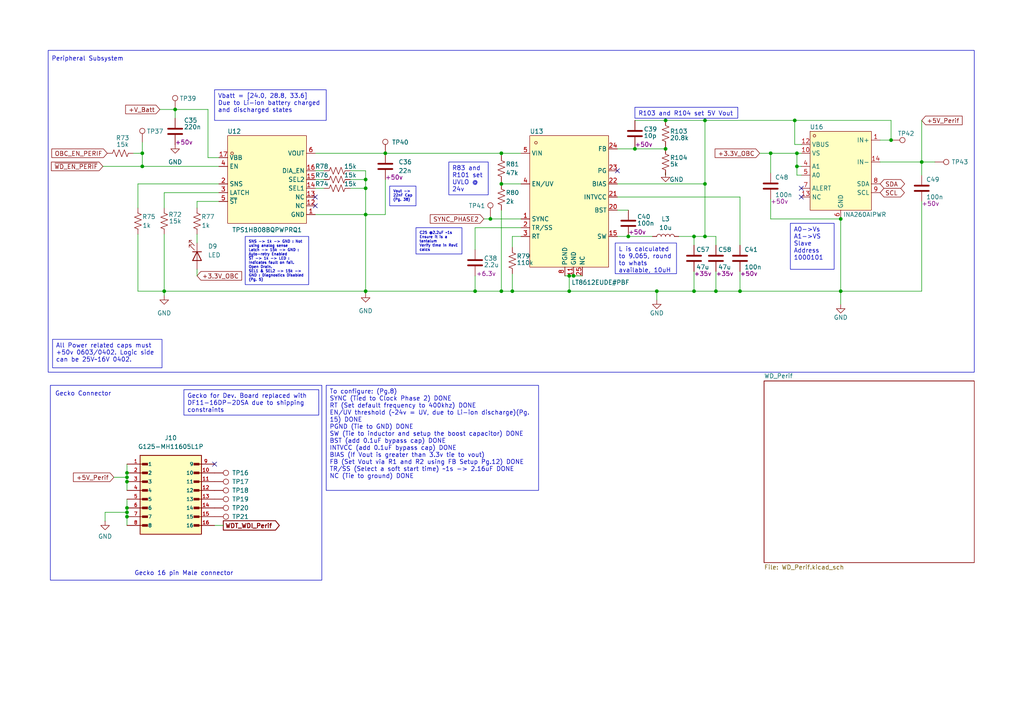
<source format=kicad_sch>
(kicad_sch (version 20250114) (generator "eeschema") (generator_version "9.0")
  (paper "A4")
  (lib_symbols
    (symbol "Device:C" (pin_numbers (hide yes)) (pin_names (offset 0.254))
      (property "Reference" "C" (at 0.635 2.54 0))
      (property "Value" "C" (at 0.635 -2.54 0))
      (symbol "C_0_1"
        (polyline (pts (xy -2.032 0.762) (xy 2.032 0.762)) (stroke (width 0.508)))
        (polyline (pts (xy -2.032 -0.762) (xy 2.032 -0.762)) (stroke (width 0.508)))
      )
      (symbol "C_1_1"
        (pin passive line (at 0 3.81 270) (length 2.794) (name "~") (number "1"))
        (pin passive line (at 0 -3.81 90) (length 2.794) (name "~") (number "2"))
      )
    )
    (symbol "Device:L" (pin_numbers (hide yes)) (pin_names (offset 1.016) (hide yes))
      (property "Reference" "L" (at -1.27 0 90))
      (property "Value" "L" (at 1.905 0 90))
      (symbol "L_0_1"
        (arc (start 0 2.54) (mid 0.6323 1.905) (end 0 1.27))
        (arc (start 0 1.27) (mid 0.6323 0.635) (end 0 0))
        (arc (start 0 0) (mid 0.6323 -0.635) (end 0 -1.27))
        (arc (start 0 -1.27) (mid 0.6323 -1.905) (end 0 -2.54))
      )
      (symbol "L_1_1"
        (pin passive line (at 0 3.81 270) (length 1.27) (name "1") (number "1"))
        (pin passive line (at 0 -3.81 90) (length 1.27) (name "2") (number "2"))
      )
    )
    (symbol "Device:LED" (pin_numbers (hide yes)) (pin_names (offset 1.016) (hide yes))
      (property "Reference" "D" (at 0 2.54 0))
      (property "Value" "LED" (at 0 -2.54 0))
      (symbol "LED_0_1"
        (polyline (pts (xy -3.048 -0.762) (xy -4.572 -2.286) (xy -3.81 -2.286) (xy -4.572 -2.286) (xy -4.572 -1.524)))
        (polyline (pts (xy -1.778 -0.762) (xy -3.302 -2.286) (xy -2.54 -2.286) (xy -3.302 -2.286) (xy -3.302 -1.524)))
        (polyline (pts (xy -1.27 0) (xy 1.27 0)))
        (polyline (pts (xy -1.27 -1.27) (xy -1.27 1.27)) (stroke (width 0.254)))
        (polyline (pts (xy 1.27 -1.27) (xy 1.27 1.27) (xy -1.27 0) (xy 1.27 -1.27)) (stroke (width 0.254)))
      )
      (symbol "LED_1_1"
        (pin passive line (at -3.81 0 0) (length 2.54) (name "K") (number "1"))
        (pin passive line (at 3.81 0 180) (length 2.54) (name "A") (number "2"))
      )
    )
    (symbol "Device:R_US" (pin_numbers (hide yes)) (pin_names (offset 0))
      (property "Reference" "R" (at 2.54 0 90))
      (property "Value" "R_US" (at -2.54 0 90))
      (symbol "R_US_0_1"
        (polyline (pts (xy 0 2.286) (xy 0 2.54)))
        (polyline (pts (xy 0 2.286) (xy 1.016 1.905) (xy 0 1.524) (xy -1.016 1.143) (xy 0 0.762)))
        (polyline (pts (xy 0 0.762) (xy 1.016 0.381) (xy 0 0) (xy -1.016 -0.381) (xy 0 -0.762)))
        (polyline (pts (xy 0 -0.762) (xy 1.016 -1.143) (xy 0 -1.524) (xy -1.016 -1.905) (xy 0 -2.286)))
        (polyline (pts (xy 0 -2.286) (xy 0 -2.54)))
      )
      (symbol "R_US_1_1"
        (pin passive line (at 0 3.81 270) (length 1.27) (name "~") (number "1"))
        (pin passive line (at 0 -3.81 90) (length 1.27) (name "~") (number "2"))
      )
    )
    (symbol "EPS:G125-MH11605L1P" (pin_names (offset 1.016))
      (property "Reference" "J" (at -9.39 12.7 0))
      (property "Value" "G125-MH11605L1P" (at -8.89 -12.7 0))
      (symbol "G125-MH11605L1P_0_0"
        (rectangle (start -8.89 -10.16) (end 8.89 12.7) (stroke (width 0.254)) (fill (type background)))
        (rectangle (start -8.255 9.8425) (end -6.6675 10.4775) (stroke (width 0.1)) (fill (type outline)))
        (rectangle (start -8.255 7.3025) (end -6.6675 7.9375) (stroke (width 0.1)) (fill (type outline)))
        (rectangle (start -8.255 4.7625) (end -6.6675 5.3975) (stroke (width 0.1)) (fill (type outline)))
        (rectangle (start -8.255 2.2225) (end -6.6675 2.8575) (stroke (width 0.1)) (fill (type outline)))
        (rectangle (start -8.255 -0.3175) (end -6.6675 0.3175) (stroke (width 0.1)) (fill (type outline)))
        (rectangle (start -8.255 -2.8575) (end -6.6675 -2.2225) (stroke (width 0.1)) (fill (type outline)))
        (rectangle (start -8.255 -5.3975) (end -6.6675 -4.7625) (stroke (width 0.1)) (fill (type outline)))
        (rectangle (start -8.255 -7.9375) (end -6.6675 -7.3025) (stroke (width 0.1)) (fill (type outline)))
        (rectangle (start 8.255 9.8425) (end 6.6675 10.4775) (stroke (width 0.1)) (fill (type outline)))
        (rectangle (start 8.255 7.3025) (end 6.6675 7.9375) (stroke (width 0.1)) (fill (type outline)))
        (rectangle (start 8.255 4.7625) (end 6.6675 5.3975) (stroke (width 0.1)) (fill (type outline)))
        (rectangle (start 8.255 2.2225) (end 6.6675 2.8575) (stroke (width 0.1)) (fill (type outline)))
        (rectangle (start 8.255 -0.3175) (end 6.6675 0.3175) (stroke (width 0.1)) (fill (type outline)))
        (rectangle (start 8.255 -2.8575) (end 6.6675 -2.2225) (stroke (width 0.1)) (fill (type outline)))
        (rectangle (start 8.255 -5.3975) (end 6.6675 -4.7625) (stroke (width 0.1)) (fill (type outline)))
        (rectangle (start 8.255 -7.9375) (end 6.6675 -7.3025) (stroke (width 0.1)) (fill (type outline)))
        (pin passive line (at -12.7 10.16 0) (length 5.08) (name "1") (number "1"))
        (pin passive line (at -12.7 7.62 0) (length 5.08) (name "2") (number "2"))
        (pin passive line (at -12.7 5.08 0) (length 5.08) (name "3") (number "3"))
        (pin passive line (at -12.7 2.54 0) (length 5.08) (name "4") (number "4"))
        (pin passive line (at -12.7 0 0) (length 5.08) (name "5") (number "5"))
        (pin passive line (at -12.7 -2.54 0) (length 5.08) (name "6") (number "6"))
        (pin passive line (at -12.7 -5.08 0) (length 5.08) (name "7") (number "7"))
        (pin passive line (at -12.7 -7.62 0) (length 5.08) (name "8") (number "8"))
        (pin passive line (at 12.7 10.16 180) (length 5.08) (name "9") (number "9"))
        (pin passive line (at 12.7 7.62 180) (length 5.08) (name "10") (number "10"))
        (pin passive line (at 12.7 5.08 180) (length 5.08) (name "11") (number "11"))
        (pin passive line (at 12.7 2.54 180) (length 5.08) (name "12") (number "12"))
        (pin passive line (at 12.7 0 180) (length 5.08) (name "13") (number "13"))
        (pin passive line (at 12.7 -2.54 180) (length 5.08) (name "14") (number "14"))
        (pin passive line (at 12.7 -5.08 180) (length 5.08) (name "15") (number "15"))
        (pin passive line (at 12.7 -7.62 180) (length 5.08) (name "16") (number "16"))
      )
    )
    (symbol "EPS:INA260AIPWR"
      (property "Reference" "U" (at 0 13.97 0))
      (property "Value" "INA260AIPWR" (at 8.128 -12.954 0))
      (symbol "INA260AIPWR_0_1"
        (rectangle (start -8.89 11.43) (end 8.89 -11.43) (fill (type background)))
        (circle (center -7.62 10.16) (radius 0.38))
      )
      (symbol "INA260AIPWR_1_1"
        (pin passive line (at -11.43 7.62 0) (length 2.54) (name "VBUS") (number "12"))
        (pin passive line (at -11.43 5.08 0) (length 2.54) (name "VS") (number "10"))
        (pin passive line (at -11.43 1.27 0) (length 2.54) (name "A1") (number "4"))
        (pin passive line (at -11.43 -1.27 0) (length 2.54) (name "A0") (number "5"))
        (pin passive line (at -11.43 -5.08 0) (length 2.54) (name "ALERT") (number "7"))
        (pin passive line (at -11.43 -7.62 0) (length 2.54) (name "NC") (number "13"))
        (pin passive line (at 0 -13.97 90) (length 2.54) (name "GND") (number "6"))
        (pin passive line (at 11.43 8.89 180) (length 2.54) (name "IN+") (number "1"))
        (pin passive line (at 11.43 2.54 180) (length 2.54) (name "IN-") (number "14"))
        (pin passive line (at 11.43 -3.81 180) (length 2.54) (name "SDA") (number "8"))
        (pin passive line (at 11.43 -6.35 180) (length 2.54) (name "SCL") (number "9"))
      )
    )
    (symbol "EPS:LT8612EUDE#PBF"
      (property "Reference" "U" (at -1.27 24.13 0))
      (property "Value" "LT8612EUDE#PBF" (at 0 -29.21 0))
      (symbol "LT8612EUDE#PBF_0_1"
        (rectangle (start -11.43 16.51) (end 11.43 -21.59) (fill (type background)))
        (circle (center -9.652 14.478) (radius 0.38))
      )
      (symbol "LT8612EUDE#PBF_1_1"
        (pin passive line (at -13.97 11.43 0) (length 2.54) (name "VIN") (number "5"))
        (pin passive line (at -13.97 2.54 0) (length 2.54) (name "EN/UV") (number "4"))
        (pin passive line (at -13.97 -7.62 0) (length 2.54) (name "SYNC") (number "1"))
        (pin passive line (at -13.97 -10.16 0) (length 2.54) (name "TR/SS") (number "2"))
        (pin passive line (at -13.97 -12.7 0) (length 2.54) (name "RT") (number "3"))
        (pin passive line (at -1.27 -24.13 90) (length 2.54) (name "PGND") (number "8"))
        (pin passive line (at 1.27 -24.13 90) (length 2.54) (name "GND") (number "11"))
        (pin passive line (at 3.81 -24.13 90) (length 2.54) (name "NC") (number "25"))
        (pin passive line (at 13.97 12.7 180) (length 2.54) (name "FB") (number "24"))
        (pin passive line (at 13.97 6.35 180) (length 2.54) (name "PG") (number "23"))
        (pin passive line (at 13.97 2.54 180) (length 2.54) (name "BIAS") (number "22"))
        (pin passive line (at 13.97 -1.27 180) (length 2.54) (name "INTVCC") (number "21"))
        (pin passive line (at 13.97 -5.08 180) (length 2.54) (name "BST") (number "20"))
        (pin passive line (at 13.97 -12.7 180) (length 2.54) (name "SW") (number "15"))
      )
    )
    (symbol "EPS:TPS1HB08BQPWPRQ1"
      (property "Reference" "U" (at 0 15.24 0))
      (property "Value" "TPS1HB08BQPWPRQ1" (at 0 -15.24 0))
      (symbol "TPS1HB08BQPWPRQ1_0_1"
        (rectangle (start -11.43 12.7) (end 11.43 -12.7) (fill (type background)))
        (circle (center -10.16 7.62) (radius 0.38))
      )
      (symbol "TPS1HB08BQPWPRQ1_1_1"
        (pin passive line (at -13.97 6.35 0) (length 2.54) (name "VBB") (number "17"))
        (pin passive line (at -13.97 3.81 0) (length 2.54) (name "EN") (number "4"))
        (pin passive line (at -13.97 -1.27 0) (length 2.54) (name "SNS") (number "2"))
        (pin passive line (at -13.97 -3.81 0) (length 2.54) (name "LATCH") (number "3"))
        (pin passive line (at -13.97 -6.35 0) (length 2.54) (name "~{ST}") (number "5"))
        (pin passive line (at 13.97 7.62 180) (length 2.54) (name "VOUT") (number "6"))
        (pin passive line (at 13.97 2.54 180) (length 2.54) (name "DIA_EN") (number "16"))
        (pin passive line (at 13.97 0 180) (length 2.54) (name "SEL2") (number "15"))
        (pin passive line (at 13.97 -2.54 180) (length 2.54) (name "SEL1") (number "14"))
        (pin passive line (at 13.97 -5.08 180) (length 2.54) (name "NC") (number "13"))
        (pin passive line (at 13.97 -7.62 180) (length 2.54) (name "NC") (number "12"))
        (pin passive line (at 13.97 -10.16 180) (length 2.54) (name "GND") (number "1"))
      )
    )
    (symbol "EPS:TestPoint" (pin_numbers (hide yes)) (pin_names (offset 0.762) (hide yes))
      (property "Reference" "TP" (at 0 6.858 0))
      (property "Value" "TestPoint" (at 0 5.08 0))
      (symbol "TestPoint_0_1"
        (circle (center 0 3.302) (radius 0.762))
      )
      (symbol "TestPoint_1_1"
        (pin passive line (at 0 0 90) (length 2.54) (name "1") (number "1"))
      )
    )
    (symbol "power:GND" (power) (pin_numbers (hide yes)) (pin_names (offset 0) (hide yes))
      (property "Value" "GND" (at 0 -3.81 0))
      (symbol "GND_0_1"
        (polyline (pts (xy 0 0) (xy 0 -1.27) (xy 1.27 -1.27) (xy 0 -2.54) (xy -1.27 -1.27) (xy 0 -1.27)))
      )
      (symbol "GND_1_1"
        (pin power_in line (at 0 0 270) (length 0) (name "~") (number "1"))
      )
    )
  )
  (rectangle (start 14.605 111.76) (end 93.345 168.275))
  (rectangle (start 13.97 14.605) (end 282.575 107.95))
  (text "Gecko 16 pin Male connector" (at 53.34 166.37 0) (effects (font (size 1.27 1.27))))
  (text "Peripheral Subsystem" (at 25.4 17.145 0) (effects (font (size 1.27 1.27))))
  (text "Gecko Connector" (at 24.13 114.3 0) (effects (font (size 1.27 1.27))))
  (text_box "C25 @2.2uF ~1s\nEnsure it is a tantalum\nVerify time in RevE calcs" (at 120.65 66.04 0) (size 13.335 7.62) (margins 0.9525 0.9525 0.9525 0.9525) (effects (font (size 0.762 0.762)) (justify left top)))
  (text_box "A0->Vs\nA1->VS\nSlave Address\n1000101" (at 229.235 64.77 0) (size 12.7 13.335) (margins 0.9525 0.9525 0.9525 0.9525) (effects (font (size 1.27 1.27)) (justify left top)))
  (text_box "To configure: (Pg.8)\nSYNC (Tied to Clock Phase 2) DONE\nRT (Set default frequency to 400khz) DONE\nEN/UV threshold (~24v = UV, due to Li-ion discharge)(Pg. 15) DONE\nPGND (Tie to GND) DONE\nSW (Tie to inductor and setup the boost capacitor) DONE\nBST (add 0.1uF bypass cap) DONE\nINTVCC (add 0.1uF bypass cap) DONE\nBIAS (If Vout is greater than 3.3v tie to vout)\nFB (Set Vout via R1 and R2 using FB Setup Pg.12) DONE\nTR/SS (Select a soft start time) ~1s -> 2.16uF DONE\nNC (Tie to ground) DONE" (at 94.615 111.76 0) (size 61.595 30.48) (margins 0.9525 0.9525 0.9525 0.9525) (effects (font (size 1.27 1.27)) (justify left top)))
  (text_box "R103 and R104 set 5V Vout" (at 184.15 31.115 0) (size 29.845 3.175) (margins 0.9525 0.9525 0.9525 0.9525) (effects (font (size 1.27 1.27)) (justify left top)))
  (text_box "L is calculated to 9.065, round to whats available, 10uH" (at 178.435 70.485 0) (size 17.78 8.89) (margins 0.9525 0.9525 0.9525 0.9525) (effects (font (size 1.27 1.27)) (justify left top)))
  (text_box "Vbatt = [24.0, 28.8, 33.6] Due to Li-ion battery charged and discharged states" (at 62.23 26.035 0) (size 32.385 8.89) (margins 0.9525 0.9525 0.9525 0.9525) (effects (font (size 1.27 1.27)) (justify left top)))
  (text_box "R83 and R101 set UVLO @ 24v" (at 130.175 46.99 0) (size 11.43 9.525) (margins 0.9525 0.9525 0.9525 0.9525) (effects (font (size 1.27 1.27)) (justify left top)))
  (text_box "Vout -> 22nF Cap\n(Pg. 38)" (at 113.03 53.975 0) (size 7.62 5.715) (margins 0.9525 0.9525 0.9525 0.9525) (effects (font (size 0.762 0.762)) (justify left top)))
  (text_box "Gecko for Dev. Board replaced with DF11-16DP-2DSA due to shipping constraints" (at 53.34 113.03 0) (size 39.116 7.366) (margins 0.9525 0.9525 0.9525 0.9525) (effects (font (size 1.27 1.27)) (justify left top)))
  (text_box "All Power related caps must +50v 0603/0402. Logic side can be 25V~16V 0402." (at 15.24 98.425 0) (size 31.75 8.255) (margins 0.9525 0.9525 0.9525 0.9525) (effects (font (size 1.27 1.27)) (justify left top)))
  (text_box "SNS -> 1k -> GND : Not using analog sense\nLatch -> 15k -> GND : Auto-retry Enabled\n~{ST} -> 1k -> LED : Indicates fault on fail. Open Drain.\nSEL1 & SEL2 -> 15k -> GND : Diagnostics Disabled\n(Pg. 5)" (at 71.12 68.58 0) (size 18.415 13.97) (margins 0.9525 0.9525 0.9525 0.9525) (effects (font (size 0.762 0.762)) (justify left top)))
  (junction (at 258.445 40.64))
  (junction (at 106.045 84.455))
  (junction (at 137.795 84.455))
  (junction (at 106.045 62.23))
  (junction (at 243.84 84.455))
  (junction (at 50.8 31.75))
  (junction (at 214.63 84.455))
  (junction (at 145.415 53.34))
  (junction (at 182.245 68.58))
  (junction (at 145.415 44.45))
  (junction (at 190.5 84.455))
  (junction (at 204.47 53.34))
  (junction (at 207.645 84.455))
  (junction (at 36.83 147.32))
  (junction (at 148.59 84.455))
  (junction (at 230.505 34.925))
  (junction (at 243.84 63.5))
  (junction (at 165.1 84.455))
  (junction (at 111.76 44.45))
  (junction (at 204.47 68.58))
  (junction (at 267.335 46.99))
  (junction (at 36.83 148.59))
  (junction (at 41.275 48.26))
  (junction (at 193.04 43.18))
  (junction (at 106.045 54.61))
  (junction (at 201.295 84.455))
  (junction (at 165.1 80.01))
  (junction (at 166.37 80.01))
  (junction (at 41.275 44.45))
  (junction (at 231.14 48.26))
  (junction (at 142.24 63.5))
  (junction (at 36.83 139.7))
  (junction (at 36.83 138.43))
  (junction (at 184.15 43.18))
  (junction (at 36.83 137.16))
  (junction (at 201.295 68.58))
  (junction (at 145.415 84.455))
  (junction (at 193.04 34.925))
  (junction (at 36.83 149.86))
  (junction (at 204.47 34.925))
  (junction (at 47.625 84.455))
  (junction (at 223.52 44.45))
  (junction (at 231.14 44.45))
  (junction (at 106.045 52.07))
  (no_connect (at 62.23 134.62))
  (no_connect (at 232.41 54.61))
  (no_connect (at 232.41 57.15))
  (no_connect (at 179.07 49.53))
  (no_connect (at 91.44 59.69))
  (no_connect (at 91.44 57.15))
  (wire (pts (xy 60.325 31.75) (xy 60.325 45.72)))
  (wire (pts (xy 30.48 148.59) (xy 36.83 148.59)))
  (wire (pts (xy 41.275 44.45) (xy 41.275 48.26)))
  (wire (pts (xy 111.76 44.45) (xy 145.415 44.45)))
  (wire (pts (xy 184.15 34.925) (xy 193.04 34.925)))
  (wire (pts (xy 201.295 68.58) (xy 201.295 71.12)))
  (wire (pts (xy 40.005 53.34) (xy 40.005 60.325)))
  (wire (pts (xy 230.505 34.925) (xy 258.445 34.925)))
  (wire (pts (xy 163.83 80.01) (xy 165.1 80.01)))
  (wire (pts (xy 29.845 48.26) (xy 41.275 48.26)))
  (wire (pts (xy 201.295 84.455) (xy 201.295 78.74)))
  (wire (pts (xy 101.6 49.53) (xy 106.045 49.53)))
  (wire (pts (xy 165.1 80.01) (xy 166.37 80.01)))
  (wire (pts (xy 106.045 62.23) (xy 106.045 84.455)))
  (wire (pts (xy 255.27 46.99) (xy 267.335 46.99)))
  (wire (pts (xy 231.14 48.26) (xy 232.41 48.26)))
  (wire (pts (xy 207.645 78.74) (xy 207.645 84.455)))
  (wire (pts (xy 106.045 54.61) (xy 106.045 62.23)))
  (wire (pts (xy 231.14 50.8) (xy 232.41 50.8)))
  (wire (pts (xy 190.5 84.455) (xy 201.295 84.455)))
  (wire (pts (xy 91.44 62.23) (xy 106.045 62.23)))
  (wire (pts (xy 231.14 48.26) (xy 231.14 50.8)))
  (wire (pts (xy 91.44 44.45) (xy 111.76 44.45)))
  (wire (pts (xy 137.795 84.455) (xy 137.795 80.01)))
  (wire (pts (xy 36.83 147.32) (xy 36.83 148.59)))
  (wire (pts (xy 93.98 52.07) (xy 91.44 52.07)))
  (wire (pts (xy 142.24 63.5) (xy 151.13 63.5)))
  (wire (pts (xy 101.6 52.07) (xy 106.045 52.07)))
  (wire (pts (xy 140.335 63.5) (xy 142.24 63.5)))
  (wire (pts (xy 165.1 80.01) (xy 165.1 84.455)))
  (wire (pts (xy 106.045 85.09) (xy 106.045 84.455)))
  (wire (pts (xy 196.85 68.58) (xy 201.295 68.58)))
  (wire (pts (xy 230.505 34.925) (xy 230.505 41.91)))
  (wire (pts (xy 179.07 68.58) (xy 182.245 68.58)))
  (wire (pts (xy 145.415 44.45) (xy 151.13 44.45)))
  (wire (pts (xy 207.645 68.58) (xy 207.645 71.12)))
  (wire (pts (xy 223.52 57.785) (xy 223.52 63.5)))
  (wire (pts (xy 93.98 54.61) (xy 91.44 54.61)))
  (wire (pts (xy 47.625 67.945) (xy 47.625 84.455)))
  (wire (pts (xy 190.5 84.455) (xy 190.5 86.995)))
  (wire (pts (xy 220.345 44.45) (xy 223.52 44.45)))
  (wire (pts (xy 93.98 49.53) (xy 91.44 49.53)))
  (wire (pts (xy 36.83 139.7) (xy 36.83 142.24)))
  (wire (pts (xy 142.24 62.865) (xy 142.24 63.5)))
  (wire (pts (xy 193.04 50.165) (xy 193.04 50.8)))
  (wire (pts (xy 106.045 49.53) (xy 106.045 52.07)))
  (wire (pts (xy 145.415 44.45) (xy 145.415 45.085)))
  (wire (pts (xy 62.23 152.4) (xy 64.77 152.4)))
  (wire (pts (xy 204.47 53.34) (xy 204.47 68.58)))
  (wire (pts (xy 214.63 84.455) (xy 243.84 84.455)))
  (wire (pts (xy 201.295 68.58) (xy 204.47 68.58)))
  (wire (pts (xy 137.795 84.455) (xy 145.415 84.455)))
  (wire (pts (xy 145.415 53.34) (xy 151.13 53.34)))
  (wire (pts (xy 223.52 63.5) (xy 243.84 63.5)))
  (wire (pts (xy 145.415 52.705) (xy 145.415 53.34)))
  (wire (pts (xy 184.15 43.18) (xy 179.07 43.18)))
  (wire (pts (xy 111.76 52.07) (xy 111.76 62.23)))
  (wire (pts (xy 148.59 71.755) (xy 148.59 68.58)))
  (wire (pts (xy 193.04 42.545) (xy 193.04 43.18)))
  (wire (pts (xy 47.625 55.88) (xy 63.5 55.88)))
  (wire (pts (xy 166.37 80.01) (xy 168.91 80.01)))
  (wire (pts (xy 38.735 44.45) (xy 41.275 44.45)))
  (wire (pts (xy 179.07 60.96) (xy 182.245 60.96)))
  (wire (pts (xy 179.07 57.15) (xy 214.63 57.15)))
  (wire (pts (xy 46.355 31.75) (xy 50.8 31.75)))
  (wire (pts (xy 204.47 34.925) (xy 204.47 53.34)))
  (wire (pts (xy 243.84 63.5) (xy 243.84 84.455)))
  (wire (pts (xy 101.6 54.61) (xy 106.045 54.61)))
  (wire (pts (xy 106.045 84.455) (xy 137.795 84.455)))
  (wire (pts (xy 36.83 148.59) (xy 36.83 149.86)))
  (wire (pts (xy 137.795 72.39) (xy 137.795 66.04)))
  (wire (pts (xy 267.335 84.455) (xy 267.335 58.42)))
  (wire (pts (xy 33.02 138.43) (xy 36.83 138.43)))
  (wire (pts (xy 47.625 55.88) (xy 47.625 60.325)))
  (wire (pts (xy 57.15 60.325) (xy 57.15 58.42)))
  (wire (pts (xy 165.1 84.455) (xy 190.5 84.455)))
  (wire (pts (xy 57.15 58.42) (xy 63.5 58.42)))
  (wire (pts (xy 230.505 41.91) (xy 232.41 41.91)))
  (wire (pts (xy 63.5 48.26) (xy 41.275 48.26)))
  (wire (pts (xy 145.415 84.455) (xy 148.59 84.455)))
  (wire (pts (xy 243.84 84.455) (xy 243.84 88.265)))
  (wire (pts (xy 36.83 144.78) (xy 36.83 147.32)))
  (wire (pts (xy 204.47 34.925) (xy 230.505 34.925)))
  (wire (pts (xy 231.14 44.45) (xy 232.41 44.45)))
  (wire (pts (xy 184.15 42.545) (xy 184.15 43.18)))
  (wire (pts (xy 40.005 84.455) (xy 47.625 84.455)))
  (wire (pts (xy 47.625 84.455) (xy 47.625 85.725)))
  (wire (pts (xy 193.04 34.925) (xy 204.47 34.925)))
  (wire (pts (xy 106.045 52.07) (xy 106.045 54.61)))
  (wire (pts (xy 182.245 68.58) (xy 189.23 68.58)))
  (wire (pts (xy 40.005 53.34) (xy 63.5 53.34)))
  (wire (pts (xy 111.76 62.23) (xy 106.045 62.23)))
  (wire (pts (xy 57.15 67.945) (xy 57.15 70.485)))
  (wire (pts (xy 148.59 68.58) (xy 151.13 68.58)))
  (wire (pts (xy 36.83 149.86) (xy 36.83 152.4)))
  (wire (pts (xy 179.07 53.34) (xy 204.47 53.34)))
  (wire (pts (xy 50.8 31.75) (xy 60.325 31.75)))
  (wire (pts (xy 258.445 34.925) (xy 258.445 40.64)))
  (wire (pts (xy 184.15 43.18) (xy 193.04 43.18)))
  (wire (pts (xy 223.52 50.165) (xy 223.52 44.45)))
  (wire (pts (xy 60.325 45.72) (xy 63.5 45.72)))
  (wire (pts (xy 137.795 66.04) (xy 151.13 66.04)))
  (wire (pts (xy 40.005 67.945) (xy 40.005 84.455)))
  (wire (pts (xy 47.625 84.455) (xy 106.045 84.455)))
  (wire (pts (xy 207.645 84.455) (xy 214.63 84.455)))
  (wire (pts (xy 145.415 60.96) (xy 145.415 84.455)))
  (wire (pts (xy 30.48 151.13) (xy 30.48 148.59)))
  (wire (pts (xy 36.83 138.43) (xy 36.83 139.7)))
  (wire (pts (xy 267.335 46.99) (xy 267.335 50.8)))
  (wire (pts (xy 50.8 31.75) (xy 50.8 34.29)))
  (wire (pts (xy 267.335 46.99) (xy 271.145 46.99)))
  (wire (pts (xy 231.14 44.45) (xy 231.14 48.26)))
  (wire (pts (xy 41.275 41.275) (xy 41.275 44.45)))
  (wire (pts (xy 36.83 134.62) (xy 36.83 137.16)))
  (wire (pts (xy 204.47 68.58) (xy 207.645 68.58)))
  (wire (pts (xy 57.15 78.105) (xy 57.15 80.01)))
  (wire (pts (xy 201.295 84.455) (xy 207.645 84.455)))
  (wire (pts (xy 148.59 79.375) (xy 148.59 84.455)))
  (wire (pts (xy 267.335 34.925) (xy 267.335 46.99)))
  (wire (pts (xy 223.52 44.45) (xy 231.14 44.45)))
  (wire (pts (xy 36.83 137.16) (xy 36.83 138.43)))
  (wire (pts (xy 214.63 84.455) (xy 214.63 78.74)))
  (wire (pts (xy 258.445 40.64) (xy 255.27 40.64)))
  (wire (pts (xy 243.84 84.455) (xy 267.335 84.455)))
  (wire (pts (xy 214.63 57.15) (xy 214.63 71.12)))
  (wire (pts (xy 165.1 84.455) (xy 148.59 84.455)))
  (global_label "WDT_WDI_Perif" (shape output) (at 64.77 152.4 0) (effects (font (thickness 0.254) (bold yes))) (property "Intersheetrefs" "${INTERSHEET_REFS}" (effects (hide yes))))
  (global_label "+3.3V_OBC" (shape input) (at 220.345 44.45 180) (property "Intersheetrefs" "${INTERSHEET_REFS}" (effects (hide yes))))
  (global_label "+5V_Perif" (shape input) (at 267.335 34.925 0) (property "Intersheetrefs" "${INTERSHEET_REFS}" (effects (hide yes))))
  (global_label "SCL" (shape bidirectional) (at 255.27 55.88 0) (property "Intersheetrefs" "${INTERSHEET_REFS}" (effects (hide yes))))
  (global_label "~{WD_EN_PERIF}" (shape input) (at 29.845 48.26 180) (property "Intersheetrefs" "${INTERSHEET_REFS}" (effects (hide yes))))
  (global_label "+3.3V_OBC" (shape input) (at 57.15 80.01 0) (property "Intersheetrefs" "${INTERSHEET_REFS}" (effects (hide yes))))
  (global_label "SYNC_PHASE2" (shape input) (at 140.335 63.5 180) (property "Intersheetrefs" "${INTERSHEET_REFS}" (effects (hide yes))))
  (global_label "OBC_EN_PERIF" (shape input) (at 31.115 44.45 180) (property "Intersheetrefs" "${INTERSHEET_REFS}" (effects (hide yes))))
  (global_label "SDA" (shape bidirectional) (at 255.27 53.34 0) (property "Intersheetrefs" "${INTERSHEET_REFS}" (effects (hide yes))))
  (global_label "+V_Batt" (shape input) (at 46.355 31.75 180) (property "Intersheetrefs" "${INTERSHEET_REFS}" (effects (hide yes))))
  (global_label "+5V_Perif" (shape input) (at 33.02 138.43 180) (property "Intersheetrefs" "${INTERSHEET_REFS}" (effects (hide yes))))
  (symbol (lib_id "Device:R_US") (at 148.59 75.565 0) (unit 1)
    (property "Reference" "R79" (at 149.86 74.295 0) (effects (justify left)))
    (property "Value" "110k" (at 149.86 76.2 0) (effects (justify left)))
    (property "Footprint" "EPS:R0402" (effects (hide yes)))
    (property "Description" "Resistor, US symbol" (effects (hide yes)))
    (property "LCSC" "C138065" (effects (hide yes)))
  )
  (symbol (lib_id "EPS:TestPoint") (at 271.145 46.99 270) (unit 1)
    (property "Reference" "TP43" (at 275.971 46.99 90) (effects (justify left)))
    (property "Value" "TestPoint" (effects (hide yes)))
    (property "Footprint" "TestPoint:TestPoint_Pad_1.0x1.0mm" (effects (hide yes)))
    (property "Description" "test point" (effects (hide yes)))
  )
  (symbol (lib_id "power:GND") (at 106.045 85.09 0) (unit 1)
    (property "Reference" "#PWR061" (effects (hide yes)))
    (property "Value" "GND" (at 106.045 90.17 0))
    (property "Description" "Power symbol creates a global label with name \"GND\" , ground" (effects (hide yes)))
  )
  (symbol (lib_id "Device:C") (at 223.52 53.975 0) (unit 1)
    (property "Reference" "C48" (at 224.79 51.435 0) (effects (justify left)))
    (property "Value" "100n" (at 224.79 56.515 0) (effects (justify left)))
    (property "Footprint" "EPS:C0402" (effects (hide yes)))
    (property "Description" "Unpolarized capacitor" (effects (hide yes)))
    (property "Voltage Rating" "+50v" (at 226.06 58.42 0))
    (property "LCSC" "C85858" (effects (hide yes)))
  )
  (symbol (lib_id "power:GND") (at 243.84 88.265 0) (unit 1)
    (property "Reference" "#PWR064" (effects (hide yes)))
    (property "Value" "GND" (at 243.84 92.075 0))
    (property "Description" "Power symbol creates a global label with name \"GND\" , ground" (effects (hide yes)))
  )
  (symbol (lib_id "EPS:TestPoint") (at 50.8 31.75 0) (unit 1)
    (property "Reference" "TP39" (at 52.07 28.575 0) (effects (justify left)))
    (property "Value" "TestPoint" (effects (hide yes)))
    (property "Footprint" "TestPoint:TestPoint_Pad_1.0x1.0mm" (effects (hide yes)))
    (property "Description" "test point" (effects (hide yes)))
  )
  (symbol (lib_id "Device:R_US") (at 97.79 49.53 270) (unit 1)
    (property "Reference" "R78" (at 93.345 48.26 90))
    (property "Value" "15k" (at 101.6 48.26 90))
    (property "Footprint" "EPS:R0402" (effects (hide yes)))
    (property "Description" "Resistor, US symbol" (effects (hide yes)))
    (property "LCSC" "C114761" (effects (hide yes)))
  )
  (symbol (lib_id "EPS:TestPoint") (at 41.275 41.275 0) (unit 1)
    (property "Reference" "TP37" (at 42.545 38.1 0) (effects (justify left)))
    (property "Value" "TestPoint" (effects (hide yes)))
    (property "Footprint" "TestPoint:TestPoint_Pad_1.0x1.0mm" (effects (hide yes)))
    (property "Description" "test point" (effects (hide yes)))
  )
  (symbol (lib_id "Device:C") (at 207.645 74.93 0) (unit 1)
    (property "Reference" "C58" (at 208.28 72.39 0) (effects (justify left)))
    (property "Value" "47u" (at 208.28 77.47 0) (effects (justify left)))
    (property "Footprint" "EPS:CAP-SMD_L7.3-W4.3-FD" (effects (hide yes)))
    (property "Description" "Unpolarized capacitor" (effects (hide yes)))
    (property "Voltage Rating" "+35v" (at 210.185 79.375 0))
    (property "LCSC" "C87110" (effects (hide yes)))
  )
  (symbol (lib_id "Device:R_US") (at 47.625 64.135 180) (unit 1)
    (property "Reference" "R72" (at 50.8 62.23 0))
    (property "Value" "15k" (at 50.8 64.135 0))
    (property "Footprint" "EPS:R0402" (effects (hide yes)))
    (property "Description" "Resistor, US symbol" (effects (hide yes)))
    (property "LCSC" "C114761" (effects (hide yes)))
  )
  (symbol (lib_id "EPS:LT8612EUDE#PBF") (at 165.1 55.88 0) (unit 1)
    (property "Reference" "U13" (at 153.67 38.1 0) (effects (justify left)))
    (property "Value" "LT8612EUDE#PBF" (at 165.735 81.915 0) (effects (justify left)))
    (property "Footprint" "EPS:QFN-28_L6.0-W3.0-P0.50-BL-EP" (effects (hide yes)))
    (property "Datasheet" "https://jlcpcb.com/api/file/downloadByFileSystemAccessId/8589836477510287360" (effects (hide yes)))
    (property "Description" "42V, 6A, Step Down Regulator" (effects (hide yes)))
    (property "LCSC Part" "C580312" (effects (hide yes)))
  )
  (symbol (lib_id "EPS:TestPoint") (at 258.445 40.64 270) (unit 1)
    (property "Reference" "TP42" (at 260.35 38.735 90) (effects (justify left)))
    (property "Value" "TestPoint" (effects (hide yes)))
    (property "Footprint" "TestPoint:TestPoint_Pad_1.0x1.0mm" (effects (hide yes)))
    (property "Description" "test point" (effects (hide yes)))
  )
  (symbol (lib_id "Device:C") (at 214.63 74.93 0) (unit 1)
    (property "Reference" "C41" (at 215.9 72.39 0) (effects (justify left)))
    (property "Value" "100n" (at 215.9 77.47 0) (effects (justify left)))
    (property "Footprint" "EPS:C0402" (effects (hide yes)))
    (property "Description" "Unpolarized capacitor" (effects (hide yes)))
    (property "Voltage Rating" "+50v" (at 217.17 79.375 0))
    (property "LCSC" "C85858" (effects (hide yes)))
  )
  (symbol (lib_id "EPS:TestPoint") (at 62.23 142.24 270) (unit 1)
    (property "Reference" "TP18" (at 67.31 142.2399 90) (effects (justify left)))
    (property "Value" "TestPoint" (effects (hide yes)))
    (property "Footprint" "TestPoint:TestPoint_Pad_1.0x1.0mm" (effects (hide yes)))
    (property "Description" "test point" (effects (hide yes)))
  )
  (symbol (lib_id "Device:C") (at 201.295 74.93 0) (unit 1)
    (property "Reference" "C57" (at 201.93 72.39 0) (effects (justify left)))
    (property "Value" "47u" (at 201.93 77.47 0) (effects (justify left)))
    (property "Footprint" "EPS:CAP-SMD_L7.3-W4.3-FD" (effects (hide yes)))
    (property "Description" "Unpolarized capacitor" (effects (hide yes)))
    (property "Voltage Rating" "+35v" (at 203.835 79.375 0))
    (property "LCSC" "C87110" (effects (hide yes)))
  )
  (symbol (lib_id "power:GND") (at 50.8 41.91 0) (unit 1)
    (property "Reference" "#PWR059" (effects (hide yes)))
    (property "Value" "GND" (at 50.8 46.99 0))
    (property "Description" "Power symbol creates a global label with name \"GND\" , ground" (effects (hide yes)))
  )
  (symbol (lib_id "Device:R_US") (at 193.04 38.735 0) (unit 1)
    (property "Reference" "R103" (at 194.31 38.1 0) (effects (justify left)))
    (property "Value" "20.8k" (at 194.31 40.005 0) (effects (justify left)))
    (property "Footprint" "EPS:R0402" (effects (hide yes)))
    (property "Description" "Resistor, US symbol" (effects (hide yes)))
    (property "LCSC" "C25766" (effects (hide yes)))
  )
  (symbol (lib_id "Device:R_US") (at 193.04 46.99 0) (unit 1)
    (property "Reference" "R104" (at 194.31 45.72 0) (effects (justify left)))
    (property "Value" "5k" (at 194.31 47.625 0) (effects (justify left)))
    (property "Footprint" "EPS:R0402" (effects (hide yes)))
    (property "Description" "Resistor, US symbol" (effects (hide yes)))
    (property "LCSC" "C477765" (effects (hide yes)))
  )
  (symbol (lib_id "Device:R_US") (at 40.005 64.135 180) (unit 1)
    (property "Reference" "R75" (at 43.18 62.865 0))
    (property "Value" "1k" (at 42.545 65.405 0))
    (property "Footprint" "EPS:R0402" (effects (hide yes)))
    (property "Description" "Resistor, US symbol" (effects (hide yes)))
    (property "LCSC" "C106235" (effects (hide yes)))
  )
  (symbol (lib_id "Device:LED") (at 57.15 74.295 270) (unit 1)
    (property "Reference" "D9" (at 60.325 71.4374 90) (effects (justify left)))
    (property "Value" "LED" (at 60.325 73.9774 90) (effects (justify left)))
    (property "Footprint" "EPS:LED0603-RD_RED" (effects (hide yes)))
    (property "Description" "Light emitting diode" (effects (hide yes)))
    (property "Sim.Pins" "1=K 2=A" (effects (hide yes)))
  )
  (symbol (lib_id "EPS:TPS1HB08BQPWPRQ1") (at 77.47 52.07 0) (unit 1)
    (property "Reference" "U12" (at 67.945 38.1 0))
    (property "Value" "TPS1HB08BQPWPRQ1" (at 77.47 66.675 0))
    (property "Footprint" "EPS:HTSSOP-16_L5.0-W4.4-P0.65-LS6.4-TL-EP2.9" (effects (hide yes)))
    (property "Datasheet" "https://www.ti.com/lit/ds/symlink/tps1ha08-q1.pdf?ts=1748448912035&ref_url=https%253A%252F%252Fwww.ti.com%252Fproduct%252FTPS1HA08-Q1" (effects (hide yes)))
    (property "Description" "40-V, 8-mΩ Single-Channel Smart High-Side Switch" (effects (hide yes)))
    (property "LCSC Part" "C3230075" (effects (hide yes)))
  )
  (symbol (lib_id "Device:C") (at 182.245 64.77 0) (unit 1)
    (property "Reference" "C40" (at 184.785 62.865 0) (effects (justify left)))
    (property "Value" "100n" (at 184.785 64.77 0) (effects (justify left)))
    (property "Footprint" "EPS:C0402" (effects (hide yes)))
    (property "Description" "Unpolarized capacitor" (effects (hide yes)))
    (property "Voltage Rating" "+50v" (at 184.785 67.31 0))
    (property "LCSC" "C85858" (effects (hide yes)))
  )
  (symbol (lib_id "Device:C") (at 267.335 54.61 0) (unit 1)
    (property "Reference" "C49" (at 268.605 52.07 0) (effects (justify left)))
    (property "Value" "100n" (at 268.605 57.15 0) (effects (justify left)))
    (property "Footprint" "EPS:C0402" (effects (hide yes)))
    (property "Description" "Unpolarized capacitor" (effects (hide yes)))
    (property "Voltage Rating" "+50v" (at 269.875 59.055 0))
    (property "LCSC" "C85858" (effects (hide yes)))
  )
  (symbol (lib_id "EPS:TestPoint") (at 111.76 44.45 0) (unit 1)
    (property "Reference" "TP40" (at 113.665 41.275 0) (effects (justify left)))
    (property "Value" "TestPoint" (effects (hide yes)))
    (property "Footprint" "TestPoint:TestPoint_Pad_1.0x1.0mm" (effects (hide yes)))
    (property "Description" "test point" (effects (hide yes)))
  )
  (symbol (lib_id "Device:R_US") (at 97.79 52.07 270) (unit 1)
    (property "Reference" "R76" (at 93.345 50.8 90))
    (property "Value" "15k" (at 101.6 50.8 90))
    (property "Footprint" "EPS:R0402" (effects (hide yes)))
    (property "Description" "Resistor, US symbol" (effects (hide yes)))
    (property "LCSC" "C114761" (effects (hide yes)))
  )
  (symbol (lib_id "Device:R_US") (at 34.925 44.45 270) (unit 1)
    (property "Reference" "R73" (at 35.56 40.005 90))
    (property "Value" "15k" (at 35.56 41.91 90))
    (property "Footprint" "EPS:R0402" (effects (hide yes)))
    (property "Description" "Resistor, US symbol" (effects (hide yes)))
    (property "LCSC" "C114761" (effects (hide yes)))
  )
  (symbol (lib_id "EPS:INA260AIPWR") (at 243.84 49.53 0) (unit 1)
    (property "Reference" "U16" (at 236.855 36.83 0))
    (property "Value" "INA260AIPWR" (at 250.825 62.23 0))
    (property "Footprint" "EPS:TSSOP-16_L5.0-W4.4-P0.65-LS6.4-BL-1" (effects (hide yes)))
    (property "Datasheet" "https://www.ti.com/lit/ds/symlink/ina260.pdf?ts=1748375218606&ref_url=https%253A%252F%252Fwww.google.com%252F" (effects (hide yes)))
    (property "Description" "Precision Digital Current and Power Monitor With Low-Drift, Precision Integrated Shunt" (effects (hide yes)))
    (property "LCSC Part" "C2155885" (effects (hide yes)))
  )
  (symbol (lib_id "power:GND") (at 30.48 151.13 0) (unit 1)
    (property "Reference" "#PWR056" (effects (hide yes)))
    (property "Value" "GND" (at 30.48 155.575 0))
    (property "Description" "Power symbol creates a global label with name \"GND\" , ground" (effects (hide yes)))
  )
  (symbol (lib_id "EPS:G125-MH11605L1P") (at 49.53 144.78 0) (unit 1)
    (property "Reference" "J10" (at 49.53 127 0))
    (property "Value" "G125-MH11605L1P" (at 49.53 129.54 0))
    (property "Footprint" "EPS:HARWIN_G125-MH11605L1P" (effects (hide yes)))
    (property "MANUFACTURER" "HARWIN" (effects (hide yes)))
  )
  (symbol (lib_id "power:GND") (at 193.04 50.165 0) (unit 1)
    (property "Reference" "#PWR068" (effects (hide yes)))
    (property "Value" "GND" (at 196.215 52.07 0))
    (property "Description" "Power symbol creates a global label with name \"GND\" , ground" (effects (hide yes)))
  )
  (symbol (lib_id "Device:C") (at 111.76 48.26 0) (unit 1)
    (property "Reference" "C36" (at 115.57 46.9899 0) (effects (justify left)))
    (property "Value" "22n" (at 115.57 49.5299 0) (effects (justify left)))
    (property "Footprint" "EPS:C0402" (effects (hide yes)))
    (property "Description" "Unpolarized capacitor" (effects (hide yes)))
    (property "Voltage Rating" "+50v" (at 114.3 51.435 0))
    (property "LCSC" "C77023" (effects (hide yes)))
  )
  (symbol (lib_id "Device:C") (at 184.15 38.735 0) (unit 1)
    (property "Reference" "C39" (at 186.69 37.465 0) (effects (justify left)))
    (property "Value" "10p" (at 186.69 39.37 0) (effects (justify left)))
    (property "Footprint" "EPS:C0402" (effects (hide yes)))
    (property "Description" "Unpolarized capacitor" (effects (hide yes)))
    (property "Voltage Rating" "+50v" (at 186.69 41.91 0))
    (property "LCSC" "C1545" (effects (hide yes)))
  )
  (symbol (lib_id "EPS:TestPoint") (at 142.24 62.865 0) (unit 1)
    (property "Reference" "TP41" (at 135.89 59.69 0) (effects (justify left)))
    (property "Value" "TestPoint" (effects (hide yes)))
    (property "Footprint" "TestPoint:TestPoint_Pad_1.0x1.0mm" (effects (hide yes)))
    (property "Description" "test point" (effects (hide yes)))
  )
  (symbol (lib_id "EPS:TestPoint") (at 62.23 144.78 270) (unit 1)
    (property "Reference" "TP19" (at 67.31 144.7799 90) (effects (justify left)))
    (property "Value" "TestPoint" (effects (hide yes)))
    (property "Footprint" "TestPoint:TestPoint_Pad_1.0x1.0mm" (effects (hide yes)))
    (property "Description" "test point" (effects (hide yes)))
  )
  (symbol (lib_id "EPS:TestPoint") (at 62.23 139.7 270) (unit 1)
    (property "Reference" "TP17" (at 67.31 139.6999 90) (effects (justify left)))
    (property "Value" "TestPoint" (effects (hide yes)))
    (property "Footprint" "TestPoint:TestPoint_Pad_1.0x1.0mm" (effects (hide yes)))
    (property "Description" "test point" (effects (hide yes)))
  )
  (symbol (lib_id "Device:C") (at 137.795 76.2 0) (unit 1)
    (property "Reference" "C38" (at 140.335 74.93 0) (effects (justify left)))
    (property "Value" "2.2u" (at 140.335 76.835 0) (effects (justify left)))
    (property "Footprint" "EPS:C0402" (effects (hide yes)))
    (property "Description" "Unpolarized capacitor" (effects (hide yes)))
    (property "LCSC" "C12530" (effects (hide yes)))
    (property "Voltage Rating" "+6.3v" (at 140.97 79.375 0))
  )
  (symbol (lib_id "power:GND") (at 47.625 85.725 0) (unit 1)
    (property "Reference" "#PWR058" (effects (hide yes)))
    (property "Value" "GND" (at 47.625 90.805 0))
    (property "Description" "Power symbol creates a global label with name \"GND\" , ground" (effects (hide yes)))
  )
  (symbol (lib_id "EPS:TestPoint") (at 62.23 147.32 270) (unit 1)
    (property "Reference" "TP20" (at 67.31 147.3199 90) (effects (justify left)))
    (property "Value" "TestPoint" (effects (hide yes)))
    (property "Footprint" "TestPoint:TestPoint_Pad_1.0x1.0mm" (effects (hide yes)))
    (property "Description" "test point" (effects (hide yes)))
  )
  (symbol (lib_id "power:GND") (at 190.5 86.995 0) (unit 1)
    (property "Reference" "#PWR063" (effects (hide yes)))
    (property "Value" "GND" (at 190.5 90.805 0))
    (property "Description" "Power symbol creates a global label with name \"GND\" , ground" (effects (hide yes)))
  )
  (symbol (lib_id "Device:R_US") (at 97.79 54.61 270) (unit 1)
    (property "Reference" "R74" (at 93.345 53.34 90))
    (property "Value" "15k" (at 101.6 53.34 90))
    (property "Footprint" "EPS:R0402" (effects (hide yes)))
    (property "Description" "Resistor, US symbol" (effects (hide yes)))
    (property "LCSC" "C114761" (effects (hide yes)))
  )
  (symbol (lib_id "Device:L") (at 193.04 68.58 90) (unit 1)
    (property "Reference" "L3" (at 193.04 63.5 90))
    (property "Value" "10u" (at 193.04 66.04 90))
    (property "Footprint" "EPS:IND-SMD_L8.0-W8.0" (effects (hide yes)))
    (property "Description" "Inductor" (effects (hide yes)))
    (property "LCSC" "C2849554" (effects (hide yes)))
  )
  (symbol (lib_id "Device:R_US") (at 145.415 57.15 0) (unit 1)
    (property "Reference" "R80" (at 146.685 55.88 0) (effects (justify left)))
    (property "Value" "2k" (at 146.685 58.42 0) (effects (justify left)))
    (property "Footprint" "EPS:R0402" (effects (hide yes)))
    (property "Description" "Resistor, US symbol" (effects (hide yes)))
    (property "LCSC" "C60488" (effects (hide yes)))
  )
  (symbol (lib_id "Device:R_US") (at 57.15 64.135 180) (unit 1)
    (property "Reference" "R77" (at 60.325 62.865 0))
    (property "Value" "1k" (at 59.69 65.405 0))
    (property "Footprint" "EPS:R0402" (effects (hide yes)))
    (property "Description" "Resistor, US symbol" (effects (hide yes)))
    (property "LCSC" "C106235" (effects (hide yes)))
  )
  (symbol (lib_id "EPS:TestPoint") (at 62.23 137.16 270) (unit 1)
    (property "Reference" "TP16" (at 67.31 137.1599 90) (effects (justify left)))
    (property "Value" "TestPoint" (effects (hide yes)))
    (property "Footprint" "TestPoint:TestPoint_Pad_1.0x1.0mm" (effects (hide yes)))
    (property "Description" "test point" (effects (hide yes)))
  )
  (symbol (lib_id "Device:C") (at 50.8 38.1 0) (unit 1)
    (property "Reference" "C35" (at 53.34 34.925 0) (effects (justify left)))
    (property "Value" "220n" (at 53.34 36.83 0) (effects (justify left)))
    (property "Footprint" "EPS:C0402" (effects (hide yes)))
    (property "Description" "Unpolarized capacitor" (effects (hide yes)))
    (property "Voltage Rating" "+50v" (at 53.34 41.275 0))
    (property "LCSC" "C5159775" (effects (hide yes)))
  )
  (symbol (lib_id "Device:R_US") (at 145.415 48.895 0) (unit 1)
    (property "Reference" "R81" (at 146.685 47.625 0) (effects (justify left)))
    (property "Value" "47k" (at 146.685 50.165 0) (effects (justify left)))
    (property "Footprint" "EPS:R0402" (effects (hide yes)))
    (property "Description" "Resistor, US symbol" (effects (hide yes)))
    (property "LCSC" "C93943" (effects (hide yes)))
  )
  (symbol (lib_id "EPS:TestPoint") (at 62.23 149.86 270) (unit 1)
    (property "Reference" "TP21" (at 67.31 149.8599 90) (effects (justify left)))
    (property "Value" "TestPoint" (effects (hide yes)))
    (property "Footprint" "TestPoint:TestPoint_Pad_1.0x1.0mm" (effects (hide yes)))
    (property "Description" "test point" (effects (hide yes)))
  )
  (sheet (at 221.615 110.49) (size 60.96 52.705) (stroke (width 0.1524))
    (property "Sheetname" "WD_Perif" (at 221.615 109.7784 0) (effects (justify left bottom)))
    (property "Sheetfile" "WD_Perif.kicad_sch" (at 221.615 163.7796 0) (effects (justify left top)))
  )
)
</source>
